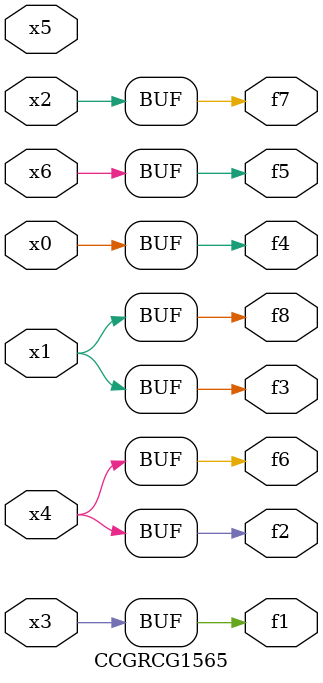
<source format=v>
module CCGRCG1565(
	input x0, x1, x2, x3, x4, x5, x6,
	output f1, f2, f3, f4, f5, f6, f7, f8
);
	assign f1 = x3;
	assign f2 = x4;
	assign f3 = x1;
	assign f4 = x0;
	assign f5 = x6;
	assign f6 = x4;
	assign f7 = x2;
	assign f8 = x1;
endmodule

</source>
